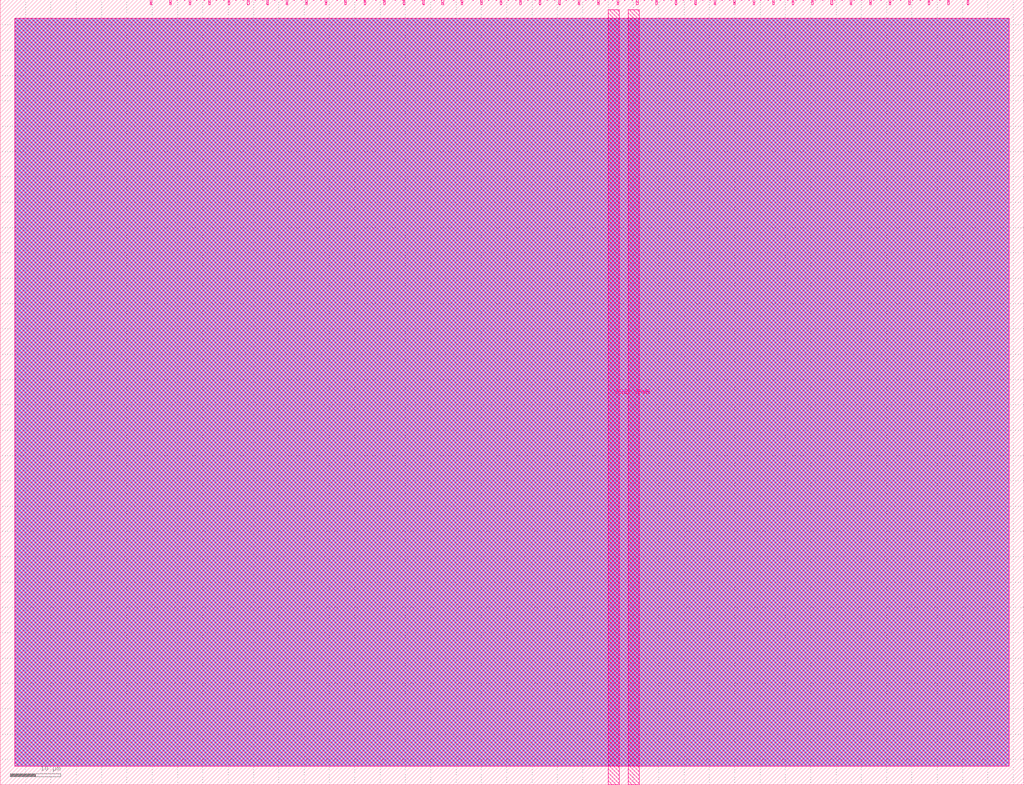
<source format=lef>
VERSION 5.7 ;
  NOWIREEXTENSIONATPIN ON ;
  DIVIDERCHAR "/" ;
  BUSBITCHARS "[]" ;
MACRO tt_um_htfab_r2r_dac
  CLASS BLOCK ;
  FOREIGN tt_um_htfab_r2r_dac ;
  ORIGIN 0.000 0.000 ;
  SIZE 202.080 BY 154.980 ;
  PIN clk
    DIRECTION INPUT ;
    USE SIGNAL ;
    PORT
      LAYER Metal5 ;
        RECT 187.050 153.980 187.350 154.980 ;
    END
  END clk
  PIN ena
    DIRECTION INPUT ;
    USE SIGNAL ;
    PORT
      LAYER Metal5 ;
        RECT 190.890 153.980 191.190 154.980 ;
    END
  END ena
  PIN rst_n
    DIRECTION INPUT ;
    USE SIGNAL ;
    PORT
      LAYER Metal5 ;
        RECT 183.210 153.980 183.510 154.980 ;
    END
  END rst_n
  PIN ui_in[0]
    DIRECTION INPUT ;
    USE SIGNAL ;
    PORT
      LAYER Metal5 ;
        RECT 179.370 153.980 179.670 154.980 ;
    END
  END ui_in[0]
  PIN ui_in[1]
    DIRECTION INPUT ;
    USE SIGNAL ;
    PORT
      LAYER Metal5 ;
        RECT 175.530 153.980 175.830 154.980 ;
    END
  END ui_in[1]
  PIN ui_in[2]
    DIRECTION INPUT ;
    USE SIGNAL ;
    PORT
      LAYER Metal5 ;
        RECT 171.690 153.980 171.990 154.980 ;
    END
  END ui_in[2]
  PIN ui_in[3]
    DIRECTION INPUT ;
    USE SIGNAL ;
    PORT
      LAYER Metal5 ;
        RECT 167.850 153.980 168.150 154.980 ;
    END
  END ui_in[3]
  PIN ui_in[4]
    DIRECTION INPUT ;
    USE SIGNAL ;
    PORT
      LAYER Metal5 ;
        RECT 164.010 153.980 164.310 154.980 ;
    END
  END ui_in[4]
  PIN ui_in[5]
    DIRECTION INPUT ;
    USE SIGNAL ;
    PORT
      LAYER Metal5 ;
        RECT 160.170 153.980 160.470 154.980 ;
    END
  END ui_in[5]
  PIN ui_in[6]
    DIRECTION INPUT ;
    USE SIGNAL ;
    PORT
      LAYER Metal5 ;
        RECT 156.330 153.980 156.630 154.980 ;
    END
  END ui_in[6]
  PIN ui_in[7]
    DIRECTION INPUT ;
    USE SIGNAL ;
    PORT
      LAYER Metal5 ;
        RECT 152.490 153.980 152.790 154.980 ;
    END
  END ui_in[7]
  PIN uio_in[0]
    DIRECTION INPUT ;
    USE SIGNAL ;
    PORT
      LAYER Metal5 ;
        RECT 148.650 153.980 148.950 154.980 ;
    END
  END uio_in[0]
  PIN uio_in[1]
    DIRECTION INPUT ;
    USE SIGNAL ;
    PORT
      LAYER Metal5 ;
        RECT 144.810 153.980 145.110 154.980 ;
    END
  END uio_in[1]
  PIN uio_in[2]
    DIRECTION INPUT ;
    USE SIGNAL ;
    PORT
      LAYER Metal5 ;
        RECT 140.970 153.980 141.270 154.980 ;
    END
  END uio_in[2]
  PIN uio_in[3]
    DIRECTION INPUT ;
    USE SIGNAL ;
    PORT
      LAYER Metal5 ;
        RECT 137.130 153.980 137.430 154.980 ;
    END
  END uio_in[3]
  PIN uio_in[4]
    DIRECTION INPUT ;
    USE SIGNAL ;
    PORT
      LAYER Metal5 ;
        RECT 133.290 153.980 133.590 154.980 ;
    END
  END uio_in[4]
  PIN uio_in[5]
    DIRECTION INPUT ;
    USE SIGNAL ;
    PORT
      LAYER Metal5 ;
        RECT 129.450 153.980 129.750 154.980 ;
    END
  END uio_in[5]
  PIN uio_in[6]
    DIRECTION INPUT ;
    USE SIGNAL ;
    PORT
      LAYER Metal5 ;
        RECT 125.610 153.980 125.910 154.980 ;
    END
  END uio_in[6]
  PIN uio_in[7]
    DIRECTION INPUT ;
    USE SIGNAL ;
    PORT
      LAYER Metal5 ;
        RECT 121.770 153.980 122.070 154.980 ;
    END
  END uio_in[7]
  PIN uio_oe[0]
    DIRECTION OUTPUT ;
    USE SIGNAL ;
    ANTENNADIFFAREA 21.948000 ;
    PORT
      LAYER Metal5 ;
        RECT 56.490 153.980 56.790 154.980 ;
    END
  END uio_oe[0]
  PIN uio_oe[1]
    DIRECTION OUTPUT ;
    USE SIGNAL ;
    ANTENNADIFFAREA 21.948000 ;
    PORT
      LAYER Metal5 ;
        RECT 52.650 153.980 52.950 154.980 ;
    END
  END uio_oe[1]
  PIN uio_oe[2]
    DIRECTION OUTPUT ;
    USE SIGNAL ;
    ANTENNADIFFAREA 21.948000 ;
    PORT
      LAYER Metal5 ;
        RECT 48.810 153.980 49.110 154.980 ;
    END
  END uio_oe[2]
  PIN uio_oe[3]
    DIRECTION OUTPUT ;
    USE SIGNAL ;
    ANTENNADIFFAREA 21.948000 ;
    PORT
      LAYER Metal5 ;
        RECT 44.970 153.980 45.270 154.980 ;
    END
  END uio_oe[3]
  PIN uio_oe[4]
    DIRECTION OUTPUT ;
    USE SIGNAL ;
    ANTENNADIFFAREA 21.948000 ;
    PORT
      LAYER Metal5 ;
        RECT 41.130 153.980 41.430 154.980 ;
    END
  END uio_oe[4]
  PIN uio_oe[5]
    DIRECTION OUTPUT ;
    USE SIGNAL ;
    ANTENNADIFFAREA 21.948000 ;
    PORT
      LAYER Metal5 ;
        RECT 37.290 153.980 37.590 154.980 ;
    END
  END uio_oe[5]
  PIN uio_oe[6]
    DIRECTION OUTPUT ;
    USE SIGNAL ;
    ANTENNADIFFAREA 21.948000 ;
    PORT
      LAYER Metal5 ;
        RECT 33.450 153.980 33.750 154.980 ;
    END
  END uio_oe[6]
  PIN uio_oe[7]
    DIRECTION OUTPUT ;
    USE SIGNAL ;
    ANTENNADIFFAREA 21.948000 ;
    PORT
      LAYER Metal5 ;
        RECT 29.610 153.980 29.910 154.980 ;
    END
  END uio_oe[7]
  PIN uio_out[0]
    DIRECTION OUTPUT ;
    USE SIGNAL ;
    ANTENNADIFFAREA 21.948000 ;
    PORT
      LAYER Metal5 ;
        RECT 87.210 153.980 87.510 154.980 ;
    END
  END uio_out[0]
  PIN uio_out[1]
    DIRECTION OUTPUT ;
    USE SIGNAL ;
    ANTENNADIFFAREA 21.948000 ;
    PORT
      LAYER Metal5 ;
        RECT 83.370 153.980 83.670 154.980 ;
    END
  END uio_out[1]
  PIN uio_out[2]
    DIRECTION OUTPUT ;
    USE SIGNAL ;
    ANTENNADIFFAREA 21.948000 ;
    PORT
      LAYER Metal5 ;
        RECT 79.530 153.980 79.830 154.980 ;
    END
  END uio_out[2]
  PIN uio_out[3]
    DIRECTION OUTPUT ;
    USE SIGNAL ;
    ANTENNADIFFAREA 21.948000 ;
    PORT
      LAYER Metal5 ;
        RECT 75.690 153.980 75.990 154.980 ;
    END
  END uio_out[3]
  PIN uio_out[4]
    DIRECTION OUTPUT ;
    USE SIGNAL ;
    ANTENNADIFFAREA 21.948000 ;
    PORT
      LAYER Metal5 ;
        RECT 71.850 153.980 72.150 154.980 ;
    END
  END uio_out[4]
  PIN uio_out[5]
    DIRECTION OUTPUT ;
    USE SIGNAL ;
    ANTENNADIFFAREA 21.948000 ;
    PORT
      LAYER Metal5 ;
        RECT 68.010 153.980 68.310 154.980 ;
    END
  END uio_out[5]
  PIN uio_out[6]
    DIRECTION OUTPUT ;
    USE SIGNAL ;
    ANTENNADIFFAREA 21.948000 ;
    PORT
      LAYER Metal5 ;
        RECT 64.170 153.980 64.470 154.980 ;
    END
  END uio_out[6]
  PIN uio_out[7]
    DIRECTION OUTPUT ;
    USE SIGNAL ;
    ANTENNADIFFAREA 21.948000 ;
    PORT
      LAYER Metal5 ;
        RECT 60.330 153.980 60.630 154.980 ;
    END
  END uio_out[7]
  PIN uo_out[0]
    DIRECTION OUTPUT ;
    USE SIGNAL ;
    ANTENNADIFFAREA 21.948000 ;
    PORT
      LAYER Metal5 ;
        RECT 117.930 153.980 118.230 154.980 ;
    END
  END uo_out[0]
  PIN uo_out[1]
    DIRECTION OUTPUT ;
    USE SIGNAL ;
    ANTENNADIFFAREA 21.948000 ;
    PORT
      LAYER Metal5 ;
        RECT 114.090 153.980 114.390 154.980 ;
    END
  END uo_out[1]
  PIN uo_out[2]
    DIRECTION OUTPUT ;
    USE SIGNAL ;
    ANTENNADIFFAREA 21.948000 ;
    PORT
      LAYER Metal5 ;
        RECT 110.250 153.980 110.550 154.980 ;
    END
  END uo_out[2]
  PIN uo_out[3]
    DIRECTION OUTPUT ;
    USE SIGNAL ;
    ANTENNADIFFAREA 21.948000 ;
    PORT
      LAYER Metal5 ;
        RECT 106.410 153.980 106.710 154.980 ;
    END
  END uo_out[3]
  PIN uo_out[4]
    DIRECTION OUTPUT ;
    USE SIGNAL ;
    ANTENNADIFFAREA 21.948000 ;
    PORT
      LAYER Metal5 ;
        RECT 102.570 153.980 102.870 154.980 ;
    END
  END uo_out[4]
  PIN uo_out[5]
    DIRECTION OUTPUT ;
    USE SIGNAL ;
    ANTENNADIFFAREA 21.948000 ;
    PORT
      LAYER Metal5 ;
        RECT 98.730 153.980 99.030 154.980 ;
    END
  END uo_out[5]
  PIN uo_out[6]
    DIRECTION OUTPUT ;
    USE SIGNAL ;
    ANTENNADIFFAREA 21.948000 ;
    PORT
      LAYER Metal5 ;
        RECT 94.890 153.980 95.190 154.980 ;
    END
  END uo_out[6]
  PIN uo_out[7]
    DIRECTION OUTPUT ;
    USE SIGNAL ;
    ANTENNADIFFAREA 21.948000 ;
    PORT
      LAYER Metal5 ;
        RECT 91.050 153.980 91.350 154.980 ;
    END
  END uo_out[7]
  PIN VGND
    DIRECTION INOUT ;
    USE GROUND ;
    ANTENNADIFFAREA 21.948000 ;
    PORT
      LAYER Metal5 ;
        RECT 120.000 0.000 122.200 152.980 ;
    END
  END VGND
  PIN VPWR
    DIRECTION INOUT ;
    USE POWER ;
    PORT
      LAYER Metal5 ;
        RECT 124.000 0.000 126.200 152.980 ;
    END
  END VPWR
  OBS
      LAYER GatPoly ;
        RECT 2.880 3.630 199.200 151.350 ;
      LAYER Metal1 ;
        RECT 2.880 3.630 199.200 151.350 ;
      LAYER Metal2 ;
        RECT 2.880 3.630 199.200 151.350 ;
      LAYER Metal3 ;
        RECT 2.880 3.630 199.200 151.350 ;
      LAYER Metal4 ;
        RECT 2.880 3.630 199.200 151.350 ;
      LAYER Metal5 ;
        RECT 2.880 3.630 199.200 151.350 ;
  END
END tt_um_htfab_r2r_dac
END LIBRARY

</source>
